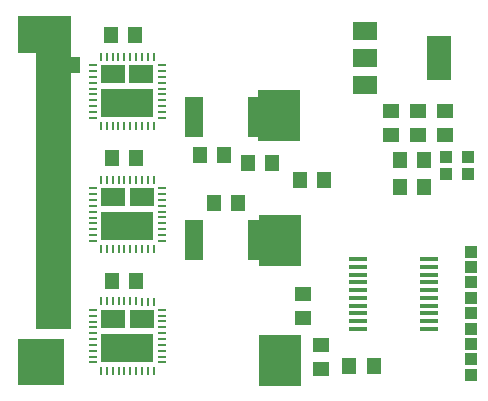
<source format=gtp>
G04 Layer: TopPasteMaskLayer*
G04 EasyEDA v5.9.41, Mon, 04 Feb 2019 09:10:30 GMT*
G04 f7da754788ad4d128d84d1fb51d08027*
G04 Gerber Generator version 0.2*
G04 Scale: 100 percent, Rotated: No, Reflected: No *
G04 Dimensions in millimeters *
G04 leading zeros omitted , absolute positions ,3 integer and 3 decimal *
%FSLAX33Y33*%
%MOMM*%
G90*
G71D02*

%ADD22R,1.600200X3.500120*%
%ADD23R,1.160018X1.469898*%
%ADD24R,0.250012X0.700024*%
%ADD25R,0.700024X0.250012*%
%ADD26R,4.399991X2.400046*%
%ADD27R,1.999996X1.499997*%
%ADD28R,1.469898X1.160018*%
%ADD29R,1.099998X0.999998*%
%ADD30R,1.300480X1.399540*%
%ADD31R,0.999998X0.999998*%
%ADD32R,1.493520X0.399999*%
%ADD33R,1.999996X3.799992*%

%LPD*%
G54D22*
G01X14965Y12296D03*
G01X20366Y12296D03*
G01X14965Y22710D03*
G01X20366Y22710D03*
G54D23*
G01X10005Y29651D03*
G01X7973Y29651D03*
G54D24*
G01X7105Y21940D03*
G01X7608Y21944D03*
G01X8105Y21946D03*
G01X8589Y21940D03*
G01X9084Y21943D03*
G01X9572Y21936D03*
G01X10068Y21939D03*
G01X10552Y21932D03*
G01X11065Y21927D03*
G01X11571Y21932D03*
G01X7107Y27804D03*
G01X7610Y27809D03*
G01X8106Y27811D03*
G01X8590Y27805D03*
G01X9085Y27806D03*
G01X9573Y27801D03*
G01X10070Y27804D03*
G01X10553Y27797D03*
G01X11068Y27791D03*
G01X11571Y27797D03*
G54D25*
G01X12255Y26606D03*
G01X12257Y27092D03*
G01X12254Y25623D03*
G01X12255Y26109D03*
G01X12259Y24630D03*
G01X12260Y25116D03*
G01X12258Y23647D03*
G01X12259Y24135D03*
G01X12259Y22646D03*
G01X12260Y23134D03*
G01X6416Y26600D03*
G01X6418Y27086D03*
G01X6415Y25617D03*
G01X6416Y26103D03*
G01X6420Y24624D03*
G01X6421Y25110D03*
G01X6418Y23642D03*
G01X6421Y24127D03*
G01X6422Y22641D03*
G01X6422Y23126D03*
G54D26*
G01X9322Y23884D03*
G54D27*
G01X8135Y26334D03*
G01X10532Y26335D03*
G54D28*
G01X24254Y7701D03*
G01X24254Y5669D03*
G54D23*
G01X10045Y19232D03*
G01X8013Y19232D03*
G54D24*
G01X7123Y11518D03*
G01X7626Y11522D03*
G01X8123Y11525D03*
G01X8607Y11518D03*
G01X9103Y11521D03*
G01X9591Y11515D03*
G01X10086Y11517D03*
G01X10570Y11511D03*
G01X11083Y11506D03*
G01X11589Y11511D03*
G01X7124Y17382D03*
G01X7627Y17387D03*
G01X8124Y17390D03*
G01X8608Y17383D03*
G01X9104Y17385D03*
G01X9591Y17379D03*
G01X10087Y17382D03*
G01X10571Y17376D03*
G01X11086Y17369D03*
G01X11589Y17376D03*
G54D25*
G01X12273Y16184D03*
G01X12276Y16671D03*
G01X12272Y15201D03*
G01X12273Y15688D03*
G01X12277Y14208D03*
G01X12278Y14695D03*
G01X12276Y13225D03*
G01X12278Y13713D03*
G01X12279Y12225D03*
G01X12279Y12712D03*
G01X6434Y16178D03*
G01X6436Y16664D03*
G01X6432Y15195D03*
G01X6435Y15681D03*
G01X6437Y14202D03*
G01X6440Y14688D03*
G01X6436Y13220D03*
G01X6439Y13705D03*
G01X6440Y12219D03*
G01X6440Y12705D03*
G54D26*
G01X9339Y13463D03*
G54D27*
G01X8154Y15913D03*
G01X10550Y15914D03*
G54D23*
G01X10048Y8864D03*
G01X8016Y8864D03*
G54D24*
G01X7123Y1231D03*
G01X7626Y1235D03*
G01X8123Y1238D03*
G01X8607Y1231D03*
G01X9103Y1234D03*
G01X9591Y1228D03*
G01X10086Y1230D03*
G01X10570Y1224D03*
G01X11083Y1219D03*
G01X11589Y1224D03*
G01X7124Y7095D03*
G01X7627Y7100D03*
G01X8124Y7103D03*
G01X8608Y7096D03*
G01X9104Y7098D03*
G01X9591Y7092D03*
G01X10087Y7095D03*
G01X10571Y7089D03*
G01X11086Y7082D03*
G01X11589Y7089D03*
G54D25*
G01X12273Y5897D03*
G01X12276Y6384D03*
G01X12272Y4914D03*
G01X12273Y5401D03*
G01X12277Y3921D03*
G01X12278Y4408D03*
G01X12276Y2938D03*
G01X12278Y3426D03*
G01X12279Y1938D03*
G01X12279Y2425D03*
G01X6434Y5891D03*
G01X6436Y6377D03*
G01X6432Y4908D03*
G01X6435Y5394D03*
G01X6437Y3915D03*
G01X6440Y4401D03*
G01X6436Y2933D03*
G01X6439Y3418D03*
G01X6440Y1932D03*
G01X6440Y2418D03*
G54D26*
G01X9339Y3176D03*
G54D27*
G01X8154Y5626D03*
G01X10550Y5627D03*
G54D23*
G01X34455Y19103D03*
G01X32423Y19103D03*
G01X34455Y16802D03*
G01X32423Y16802D03*
G54D28*
G01X36258Y23200D03*
G01X36258Y21168D03*
G54D29*
G01X38156Y19302D03*
G01X38156Y17903D03*
G01X36352Y19302D03*
G01X36352Y17903D03*
G54D28*
G01X25758Y1400D03*
G01X25758Y3432D03*
G54D30*
G01X28122Y1600D03*
G01X30222Y1600D03*
G54D31*
G01X22237Y22710D03*
G01X22491Y12296D03*
G01X22237Y2009D03*
G01X1458Y29700D03*
G01X1656Y2103D03*
G54D23*
G01X18758Y15400D03*
G01X16726Y15400D03*
G54D32*
G01X34856Y7400D03*
G01X34856Y8049D03*
G01X34856Y8700D03*
G01X34856Y9351D03*
G01X28859Y5450D03*
G01X34856Y5450D03*
G01X34856Y6101D03*
G01X34856Y6751D03*
G01X28854Y10001D03*
G01X28854Y9351D03*
G01X28854Y8700D03*
G01X28854Y8050D03*
G01X28854Y7400D03*
G01X28854Y6751D03*
G01X34856Y10001D03*
G01X28859Y6101D03*
G01X34856Y4800D03*
G01X34856Y10650D03*
G01X28854Y10650D03*
G01X28854Y4800D03*
G54D23*
G01X21557Y18801D03*
G01X19525Y18801D03*
G01X17556Y19502D03*
G01X15524Y19502D03*
G54D33*
G01X35755Y27701D03*
G54D27*
G01X29455Y27701D03*
G01X29455Y25401D03*
G01X29455Y30001D03*
G54D28*
G01X33957Y23200D03*
G01X33957Y21168D03*
G01X31657Y23200D03*
G01X31657Y21168D03*
G54D23*
G01X23955Y17401D03*
G01X25987Y17401D03*
G54D31*
G01X38457Y900D03*
G01X38455Y3502D03*
G01X38457Y10000D03*
G01X38457Y7400D03*
G01X38457Y6100D03*
G01X38458Y11300D03*
G01X38455Y4802D03*
G01X38457Y8700D03*
G01X38457Y2200D03*

%LPD*%
G36*
G01X55Y2D02*
G01X55Y3902D01*
G01X3956Y3902D01*
G01X3956Y2D01*
G01X55Y2D01*
G37*

%LPD*%
G36*
G01X55Y28102D02*
G01X55Y31302D01*
G01X4055Y31302D01*
G01X4055Y28102D01*
G01X55Y28102D01*
G37*

%LPD*%
G36*
G01X20457Y-25D02*
G01X20457Y3530D01*
G01X20457Y4292D01*
G01X24013Y4292D01*
G01X24013Y-25D01*
G01X20457Y-25D01*
G37*

%LPD*%
G36*
G01X20465Y10136D02*
G01X20465Y13692D01*
G01X20465Y14454D01*
G01X24021Y14454D01*
G01X24021Y10136D01*
G01X20465Y10136D01*
G37*

%LPD*%
G36*
G01X20455Y20674D02*
G01X20455Y24992D01*
G01X24011Y24992D01*
G01X24011Y20674D01*
G01X20455Y20674D01*
G37*

%LPD*%
G36*
G01X1655Y31302D02*
G01X1655Y4802D01*
G01X4556Y4802D01*
G01X4556Y31302D01*
G01X1655Y31302D01*
G37*

%LPD*%
G36*
G01X4555Y26402D02*
G01X4555Y27802D01*
G01X5355Y27802D01*
G01X5355Y26402D01*
G01X4555Y26402D01*
G37*

%LPD*%
G36*
G01X1705Y13802D02*
G01X1705Y12402D01*
G01X4556Y12402D01*
G01X4556Y13802D01*
G01X1705Y13802D01*
G37*
M00*
M02*

</source>
